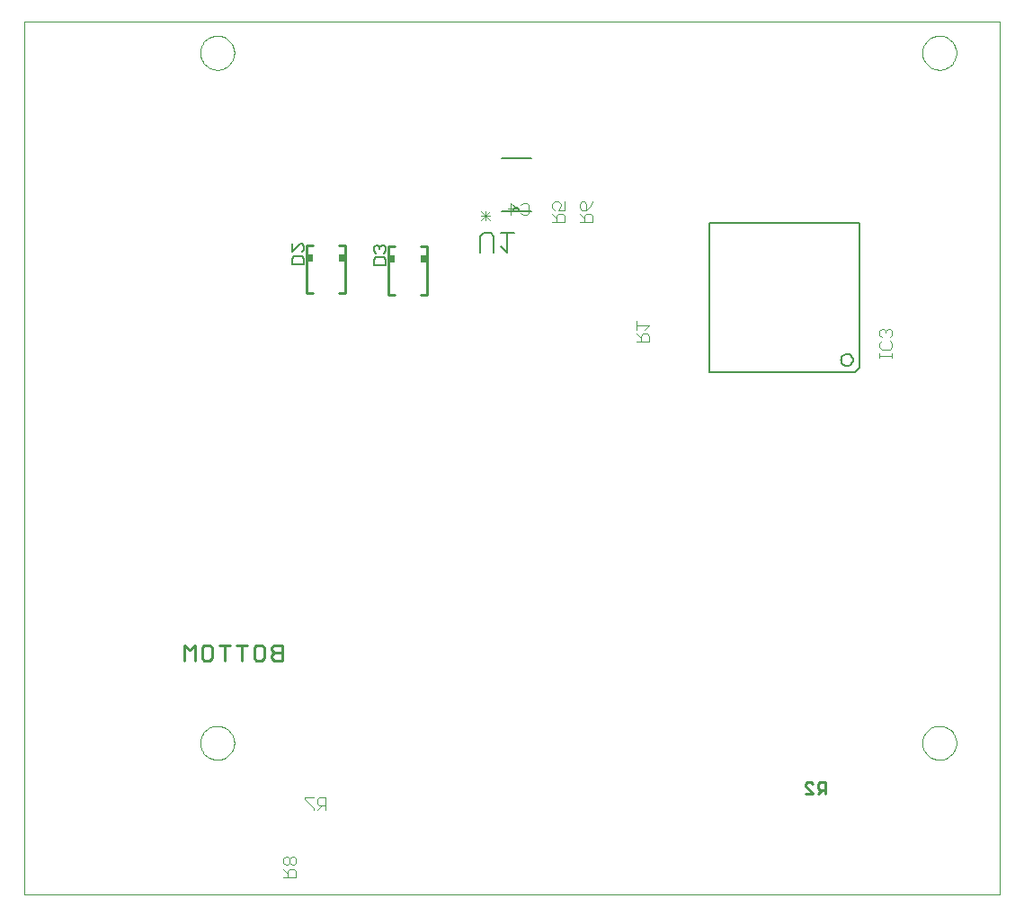
<source format=gbo>
G75*
G70*
%OFA0B0*%
%FSLAX24Y24*%
%IPPOS*%
%LPD*%
%AMOC8*
5,1,8,0,0,1.08239X$1,22.5*
%
%ADD10C,0.0000*%
%ADD11C,0.0110*%
%ADD12C,0.0040*%
%ADD13C,0.0060*%
%ADD14C,0.0090*%
%ADD15C,0.0030*%
%ADD16C,0.0080*%
%ADD17C,0.0100*%
%ADD18C,0.0050*%
%ADD19R,0.0197X0.0295*%
D10*
X000222Y000150D02*
X000222Y032512D01*
X036396Y032512D01*
X036396Y000150D01*
X000222Y000150D01*
X006742Y005760D02*
X006744Y005810D01*
X006750Y005860D01*
X006760Y005909D01*
X006774Y005957D01*
X006791Y006004D01*
X006812Y006049D01*
X006837Y006093D01*
X006865Y006134D01*
X006897Y006173D01*
X006931Y006210D01*
X006968Y006244D01*
X007008Y006274D01*
X007050Y006301D01*
X007094Y006325D01*
X007140Y006346D01*
X007187Y006362D01*
X007235Y006375D01*
X007285Y006384D01*
X007334Y006389D01*
X007385Y006390D01*
X007435Y006387D01*
X007484Y006380D01*
X007533Y006369D01*
X007581Y006354D01*
X007627Y006336D01*
X007672Y006314D01*
X007715Y006288D01*
X007756Y006259D01*
X007795Y006227D01*
X007831Y006192D01*
X007863Y006154D01*
X007893Y006114D01*
X007920Y006071D01*
X007943Y006027D01*
X007962Y005981D01*
X007978Y005933D01*
X007990Y005884D01*
X007998Y005835D01*
X008002Y005785D01*
X008002Y005735D01*
X007998Y005685D01*
X007990Y005636D01*
X007978Y005587D01*
X007962Y005539D01*
X007943Y005493D01*
X007920Y005449D01*
X007893Y005406D01*
X007863Y005366D01*
X007831Y005328D01*
X007795Y005293D01*
X007756Y005261D01*
X007715Y005232D01*
X007672Y005206D01*
X007627Y005184D01*
X007581Y005166D01*
X007533Y005151D01*
X007484Y005140D01*
X007435Y005133D01*
X007385Y005130D01*
X007334Y005131D01*
X007285Y005136D01*
X007235Y005145D01*
X007187Y005158D01*
X007140Y005174D01*
X007094Y005195D01*
X007050Y005219D01*
X007008Y005246D01*
X006968Y005276D01*
X006931Y005310D01*
X006897Y005347D01*
X006865Y005386D01*
X006837Y005427D01*
X006812Y005471D01*
X006791Y005516D01*
X006774Y005563D01*
X006760Y005611D01*
X006750Y005660D01*
X006744Y005710D01*
X006742Y005760D01*
X033514Y005760D02*
X033516Y005810D01*
X033522Y005860D01*
X033532Y005909D01*
X033546Y005957D01*
X033563Y006004D01*
X033584Y006049D01*
X033609Y006093D01*
X033637Y006134D01*
X033669Y006173D01*
X033703Y006210D01*
X033740Y006244D01*
X033780Y006274D01*
X033822Y006301D01*
X033866Y006325D01*
X033912Y006346D01*
X033959Y006362D01*
X034007Y006375D01*
X034057Y006384D01*
X034106Y006389D01*
X034157Y006390D01*
X034207Y006387D01*
X034256Y006380D01*
X034305Y006369D01*
X034353Y006354D01*
X034399Y006336D01*
X034444Y006314D01*
X034487Y006288D01*
X034528Y006259D01*
X034567Y006227D01*
X034603Y006192D01*
X034635Y006154D01*
X034665Y006114D01*
X034692Y006071D01*
X034715Y006027D01*
X034734Y005981D01*
X034750Y005933D01*
X034762Y005884D01*
X034770Y005835D01*
X034774Y005785D01*
X034774Y005735D01*
X034770Y005685D01*
X034762Y005636D01*
X034750Y005587D01*
X034734Y005539D01*
X034715Y005493D01*
X034692Y005449D01*
X034665Y005406D01*
X034635Y005366D01*
X034603Y005328D01*
X034567Y005293D01*
X034528Y005261D01*
X034487Y005232D01*
X034444Y005206D01*
X034399Y005184D01*
X034353Y005166D01*
X034305Y005151D01*
X034256Y005140D01*
X034207Y005133D01*
X034157Y005130D01*
X034106Y005131D01*
X034057Y005136D01*
X034007Y005145D01*
X033959Y005158D01*
X033912Y005174D01*
X033866Y005195D01*
X033822Y005219D01*
X033780Y005246D01*
X033740Y005276D01*
X033703Y005310D01*
X033669Y005347D01*
X033637Y005386D01*
X033609Y005427D01*
X033584Y005471D01*
X033563Y005516D01*
X033546Y005563D01*
X033532Y005611D01*
X033522Y005660D01*
X033516Y005710D01*
X033514Y005760D01*
X033514Y031351D02*
X033516Y031401D01*
X033522Y031451D01*
X033532Y031500D01*
X033546Y031548D01*
X033563Y031595D01*
X033584Y031640D01*
X033609Y031684D01*
X033637Y031725D01*
X033669Y031764D01*
X033703Y031801D01*
X033740Y031835D01*
X033780Y031865D01*
X033822Y031892D01*
X033866Y031916D01*
X033912Y031937D01*
X033959Y031953D01*
X034007Y031966D01*
X034057Y031975D01*
X034106Y031980D01*
X034157Y031981D01*
X034207Y031978D01*
X034256Y031971D01*
X034305Y031960D01*
X034353Y031945D01*
X034399Y031927D01*
X034444Y031905D01*
X034487Y031879D01*
X034528Y031850D01*
X034567Y031818D01*
X034603Y031783D01*
X034635Y031745D01*
X034665Y031705D01*
X034692Y031662D01*
X034715Y031618D01*
X034734Y031572D01*
X034750Y031524D01*
X034762Y031475D01*
X034770Y031426D01*
X034774Y031376D01*
X034774Y031326D01*
X034770Y031276D01*
X034762Y031227D01*
X034750Y031178D01*
X034734Y031130D01*
X034715Y031084D01*
X034692Y031040D01*
X034665Y030997D01*
X034635Y030957D01*
X034603Y030919D01*
X034567Y030884D01*
X034528Y030852D01*
X034487Y030823D01*
X034444Y030797D01*
X034399Y030775D01*
X034353Y030757D01*
X034305Y030742D01*
X034256Y030731D01*
X034207Y030724D01*
X034157Y030721D01*
X034106Y030722D01*
X034057Y030727D01*
X034007Y030736D01*
X033959Y030749D01*
X033912Y030765D01*
X033866Y030786D01*
X033822Y030810D01*
X033780Y030837D01*
X033740Y030867D01*
X033703Y030901D01*
X033669Y030938D01*
X033637Y030977D01*
X033609Y031018D01*
X033584Y031062D01*
X033563Y031107D01*
X033546Y031154D01*
X033532Y031202D01*
X033522Y031251D01*
X033516Y031301D01*
X033514Y031351D01*
X006742Y031351D02*
X006744Y031401D01*
X006750Y031451D01*
X006760Y031500D01*
X006774Y031548D01*
X006791Y031595D01*
X006812Y031640D01*
X006837Y031684D01*
X006865Y031725D01*
X006897Y031764D01*
X006931Y031801D01*
X006968Y031835D01*
X007008Y031865D01*
X007050Y031892D01*
X007094Y031916D01*
X007140Y031937D01*
X007187Y031953D01*
X007235Y031966D01*
X007285Y031975D01*
X007334Y031980D01*
X007385Y031981D01*
X007435Y031978D01*
X007484Y031971D01*
X007533Y031960D01*
X007581Y031945D01*
X007627Y031927D01*
X007672Y031905D01*
X007715Y031879D01*
X007756Y031850D01*
X007795Y031818D01*
X007831Y031783D01*
X007863Y031745D01*
X007893Y031705D01*
X007920Y031662D01*
X007943Y031618D01*
X007962Y031572D01*
X007978Y031524D01*
X007990Y031475D01*
X007998Y031426D01*
X008002Y031376D01*
X008002Y031326D01*
X007998Y031276D01*
X007990Y031227D01*
X007978Y031178D01*
X007962Y031130D01*
X007943Y031084D01*
X007920Y031040D01*
X007893Y030997D01*
X007863Y030957D01*
X007831Y030919D01*
X007795Y030884D01*
X007756Y030852D01*
X007715Y030823D01*
X007672Y030797D01*
X007627Y030775D01*
X007581Y030757D01*
X007533Y030742D01*
X007484Y030731D01*
X007435Y030724D01*
X007385Y030721D01*
X007334Y030722D01*
X007285Y030727D01*
X007235Y030736D01*
X007187Y030749D01*
X007140Y030765D01*
X007094Y030786D01*
X007050Y030810D01*
X007008Y030837D01*
X006968Y030867D01*
X006931Y030901D01*
X006897Y030938D01*
X006865Y030977D01*
X006837Y031018D01*
X006812Y031062D01*
X006791Y031107D01*
X006774Y031154D01*
X006760Y031202D01*
X006750Y031251D01*
X006744Y031301D01*
X006742Y031351D01*
D11*
X006900Y009390D02*
X006802Y009292D01*
X006802Y008898D01*
X006900Y008799D01*
X007097Y008799D01*
X007196Y008898D01*
X007196Y009292D01*
X007097Y009390D01*
X006900Y009390D01*
X006551Y009390D02*
X006551Y008799D01*
X006157Y008799D02*
X006157Y009390D01*
X006354Y009193D01*
X006551Y009390D01*
X007446Y009390D02*
X007840Y009390D01*
X007643Y009390D02*
X007643Y008799D01*
X008091Y009390D02*
X008485Y009390D01*
X008288Y009390D02*
X008288Y008799D01*
X008736Y008898D02*
X008736Y009292D01*
X008834Y009390D01*
X009031Y009390D01*
X009129Y009292D01*
X009129Y008898D01*
X009031Y008799D01*
X008834Y008799D01*
X008736Y008898D01*
X009380Y008898D02*
X009478Y008799D01*
X009774Y008799D01*
X009774Y009390D01*
X009478Y009390D01*
X009380Y009292D01*
X009380Y009193D01*
X009478Y009095D01*
X009774Y009095D01*
X009478Y009095D02*
X009380Y008996D01*
X009380Y008898D01*
D12*
X010630Y003741D02*
X010630Y003664D01*
X010937Y003357D01*
X010937Y003280D01*
X011090Y003280D02*
X011244Y003434D01*
X011167Y003434D02*
X011397Y003434D01*
X011397Y003280D02*
X011397Y003741D01*
X011167Y003741D01*
X011090Y003664D01*
X011090Y003510D01*
X011167Y003434D01*
X010937Y003741D02*
X010630Y003741D01*
X010217Y001538D02*
X010140Y001538D01*
X010063Y001461D01*
X010063Y001308D01*
X010140Y001231D01*
X010217Y001231D01*
X010293Y001308D01*
X010293Y001461D01*
X010217Y001538D01*
X010063Y001461D02*
X009986Y001538D01*
X009910Y001538D01*
X009833Y001461D01*
X009833Y001308D01*
X009910Y001231D01*
X009986Y001231D01*
X010063Y001308D01*
X010063Y001078D02*
X009986Y001001D01*
X009986Y000771D01*
X009833Y000771D02*
X010293Y000771D01*
X010293Y001001D01*
X010217Y001078D01*
X010063Y001078D01*
X009986Y000924D02*
X009833Y001078D01*
X031929Y020046D02*
X031929Y020199D01*
X031929Y020123D02*
X032389Y020123D01*
X032389Y020199D02*
X032389Y020046D01*
X032312Y020353D02*
X032005Y020353D01*
X031929Y020430D01*
X031929Y020583D01*
X032005Y020660D01*
X032005Y020813D02*
X031929Y020890D01*
X031929Y021044D01*
X032005Y021120D01*
X032082Y021120D01*
X032159Y021044D01*
X032159Y020967D01*
X032159Y021044D02*
X032235Y021120D01*
X032312Y021120D01*
X032389Y021044D01*
X032389Y020890D01*
X032312Y020813D01*
X032312Y020660D02*
X032389Y020583D01*
X032389Y020430D01*
X032312Y020353D01*
X023384Y020625D02*
X023384Y020855D01*
X023307Y020932D01*
X023154Y020932D01*
X023077Y020855D01*
X023077Y020625D01*
X022924Y020625D02*
X023384Y020625D01*
X023077Y020779D02*
X022924Y020932D01*
X022924Y021086D02*
X022924Y021393D01*
X022924Y021239D02*
X023384Y021239D01*
X023230Y021086D01*
X021278Y025062D02*
X020817Y025062D01*
X020971Y025062D02*
X020971Y025292D01*
X021047Y025369D01*
X021201Y025369D01*
X021278Y025292D01*
X021278Y025062D01*
X020971Y025216D02*
X020817Y025369D01*
X020894Y025523D02*
X020817Y025599D01*
X020817Y025753D01*
X020894Y025830D01*
X020971Y025830D01*
X021047Y025753D01*
X021047Y025523D01*
X020894Y025523D01*
X021047Y025523D02*
X021201Y025676D01*
X021278Y025830D01*
X020254Y025830D02*
X020254Y025523D01*
X020024Y025523D01*
X020101Y025676D01*
X020101Y025753D01*
X020024Y025830D01*
X019870Y025830D01*
X019794Y025753D01*
X019794Y025599D01*
X019870Y025523D01*
X019794Y025369D02*
X019947Y025216D01*
X019947Y025292D02*
X019947Y025062D01*
X019794Y025062D02*
X020254Y025062D01*
X020254Y025292D01*
X020177Y025369D01*
X020024Y025369D01*
X019947Y025292D01*
X018931Y025404D02*
X018854Y025327D01*
X018701Y025327D01*
X018624Y025404D01*
X018470Y025558D02*
X018240Y025788D01*
X018240Y025327D01*
X018163Y025558D02*
X018470Y025558D01*
X018624Y025711D02*
X018701Y025788D01*
X018854Y025788D01*
X018931Y025711D01*
X018931Y025404D01*
D13*
X019001Y025481D02*
X018571Y025481D01*
X018331Y025481D01*
X017901Y025481D01*
X018331Y025481D02*
X018333Y025502D01*
X018338Y025522D01*
X018347Y025541D01*
X018359Y025558D01*
X018374Y025573D01*
X018391Y025585D01*
X018410Y025594D01*
X018430Y025599D01*
X018451Y025601D01*
X018472Y025599D01*
X018492Y025594D01*
X018511Y025585D01*
X018528Y025573D01*
X018543Y025558D01*
X018555Y025541D01*
X018564Y025522D01*
X018569Y025502D01*
X018571Y025481D01*
X018569Y025502D01*
X018564Y025522D01*
X018555Y025541D01*
X018543Y025558D01*
X018528Y025573D01*
X018511Y025585D01*
X018492Y025594D01*
X018472Y025599D01*
X018451Y025601D01*
X018430Y025599D01*
X018410Y025594D01*
X018391Y025585D01*
X018374Y025573D01*
X018359Y025558D01*
X018347Y025541D01*
X018338Y025522D01*
X018333Y025502D01*
X018331Y025481D01*
X017901Y027441D02*
X019001Y027441D01*
X025633Y025046D02*
X025633Y019506D01*
X031004Y019506D01*
X031174Y019676D01*
X031174Y025046D01*
X025633Y025046D01*
X030499Y019961D02*
X030501Y019990D01*
X030507Y020019D01*
X030516Y020047D01*
X030530Y020073D01*
X030546Y020097D01*
X030566Y020119D01*
X030589Y020138D01*
X030613Y020154D01*
X030640Y020166D01*
X030668Y020175D01*
X030697Y020180D01*
X030726Y020181D01*
X030756Y020178D01*
X030784Y020171D01*
X030812Y020161D01*
X030837Y020146D01*
X030861Y020129D01*
X030882Y020109D01*
X030900Y020086D01*
X030915Y020060D01*
X030927Y020033D01*
X030935Y020005D01*
X030939Y019976D01*
X030939Y019946D01*
X030935Y019917D01*
X030927Y019889D01*
X030915Y019862D01*
X030900Y019836D01*
X030882Y019813D01*
X030861Y019793D01*
X030837Y019776D01*
X030812Y019761D01*
X030784Y019751D01*
X030756Y019744D01*
X030726Y019741D01*
X030697Y019742D01*
X030668Y019747D01*
X030640Y019756D01*
X030613Y019768D01*
X030589Y019784D01*
X030566Y019803D01*
X030546Y019825D01*
X030530Y019849D01*
X030516Y019875D01*
X030507Y019903D01*
X030501Y019932D01*
X030499Y019961D01*
D14*
X029927Y004294D02*
X029722Y004294D01*
X029654Y004226D01*
X029654Y004089D01*
X029722Y004021D01*
X029927Y004021D01*
X029791Y004021D02*
X029654Y003884D01*
X029467Y003884D02*
X029193Y004158D01*
X029193Y004226D01*
X029262Y004294D01*
X029399Y004294D01*
X029467Y004226D01*
X029467Y003884D02*
X029193Y003884D01*
X029927Y003884D02*
X029927Y004294D01*
D15*
X017479Y025144D02*
X017166Y025458D01*
X017479Y025144D01*
X017323Y025144D02*
X017323Y025458D01*
X017323Y025144D01*
X017166Y025144D02*
X017479Y025458D01*
X017166Y025144D01*
X017166Y025301D02*
X017479Y025301D01*
X017166Y025301D01*
D16*
X017254Y024671D02*
X017501Y024671D01*
X017625Y024548D01*
X017625Y023930D01*
X017625Y024548D01*
X017501Y024671D01*
X017254Y024671D01*
X017131Y024548D01*
X017131Y023930D01*
X017131Y024548D01*
X017254Y024671D01*
X017886Y024671D02*
X018380Y024671D01*
X017886Y024671D01*
X018133Y024671D02*
X018133Y023930D01*
X017886Y024177D01*
X018133Y023930D01*
X018133Y024671D01*
D17*
X015154Y024158D02*
X015154Y022386D01*
X013943Y022386D02*
X013717Y022386D01*
X013717Y024158D01*
X013943Y024158D01*
X014927Y024158D02*
X015154Y024158D01*
X012122Y024197D02*
X012122Y022426D01*
X010911Y022426D02*
X010685Y022426D01*
X010685Y024197D01*
X010911Y024197D01*
X011896Y024197D02*
X012122Y024197D01*
X012122Y022425D02*
X011896Y022425D01*
X014927Y022386D02*
X015153Y022386D01*
D18*
X013623Y023459D02*
X013623Y023684D01*
X013548Y023759D01*
X013248Y023759D01*
X013173Y023684D01*
X013173Y023459D01*
X013623Y023459D01*
X013548Y023919D02*
X013623Y023994D01*
X013623Y024145D01*
X013548Y024220D01*
X013473Y024220D01*
X013398Y024145D01*
X013323Y024220D01*
X013248Y024220D01*
X013173Y024145D01*
X013173Y023994D01*
X013248Y023919D01*
X013398Y024069D02*
X013398Y024145D01*
X010592Y024184D02*
X010592Y024034D01*
X010516Y023959D01*
X010516Y023799D02*
X010216Y023799D01*
X010141Y023724D01*
X010141Y023498D01*
X010592Y023498D01*
X010592Y023724D01*
X010516Y023799D01*
X010592Y024184D02*
X010516Y024259D01*
X010441Y024259D01*
X010141Y023959D01*
X010141Y024259D01*
D19*
X010813Y023754D03*
X011994Y023754D03*
X013844Y023715D03*
X015026Y023715D03*
M02*

</source>
